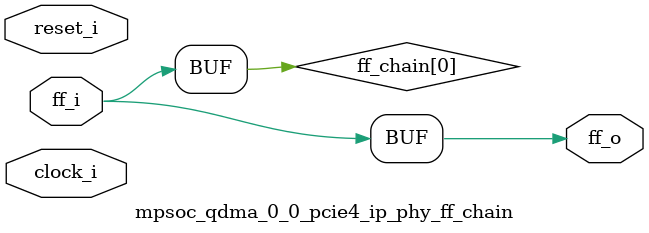
<source format=v>
/*****************************************************************************
** Description:
**    Flop Chain
**
******************************************************************************/

`timescale 1ps/1ps

`define AS_PHYREG(clk, reset, q, d, rstval)  \
   always @(posedge clk or posedge reset) begin \
      if (reset) \
         q  <= #(TCQ)   rstval;  \
      else  \
         q  <= #(TCQ)   d; \
   end

`define PHYREG(clk, reset, q, d, rstval)  \
   always @(posedge clk) begin \
      if (reset) \
         q  <= #(TCQ)   rstval;  \
      else  \
         q  <= #(TCQ)   d; \
   end

(* DowngradeIPIdentifiedWarnings = "yes" *)
module mpsoc_qdma_0_0_pcie4_ip_phy_ff_chain #(
   // Parameters
   parameter integer PIPELINE_STAGES   = 0,        // 0 = no pipeline; 1 = 1 stage; 2 = 2 stages; 3 = 3 stages
   parameter         ASYNC             = "FALSE",
   parameter integer FF_WIDTH          = 1,
   parameter integer RST_VAL           = 0,
   parameter integer TCQ               = 1
)  (   
   input  wire                         clock_i,          
   input  wire                         reset_i,           
   input  wire [FF_WIDTH-1:0]          ff_i,            
   output wire [FF_WIDTH-1:0]          ff_o        
   );

   genvar   var_i;

   reg   [FF_WIDTH-1:0]          ff_chain [PIPELINE_STAGES:0];

   always @(*) ff_chain[0] = ff_i;

generate
   if (PIPELINE_STAGES > 0) begin:  with_ff_chain
      for (var_i = 0; var_i < PIPELINE_STAGES; var_i = var_i + 1) begin: ff_chain_gen
         if (ASYNC == "TRUE") begin: async_rst
            `AS_PHYREG(clock_i, reset_i, ff_chain[var_i+1], ff_chain[var_i], RST_VAL)
         end else begin: sync_rst
            `PHYREG(clock_i, reset_i, ff_chain[var_i+1], ff_chain[var_i], RST_VAL)
         end
      end
   end
endgenerate

   assign ff_o = ff_chain[PIPELINE_STAGES];

endmodule

</source>
